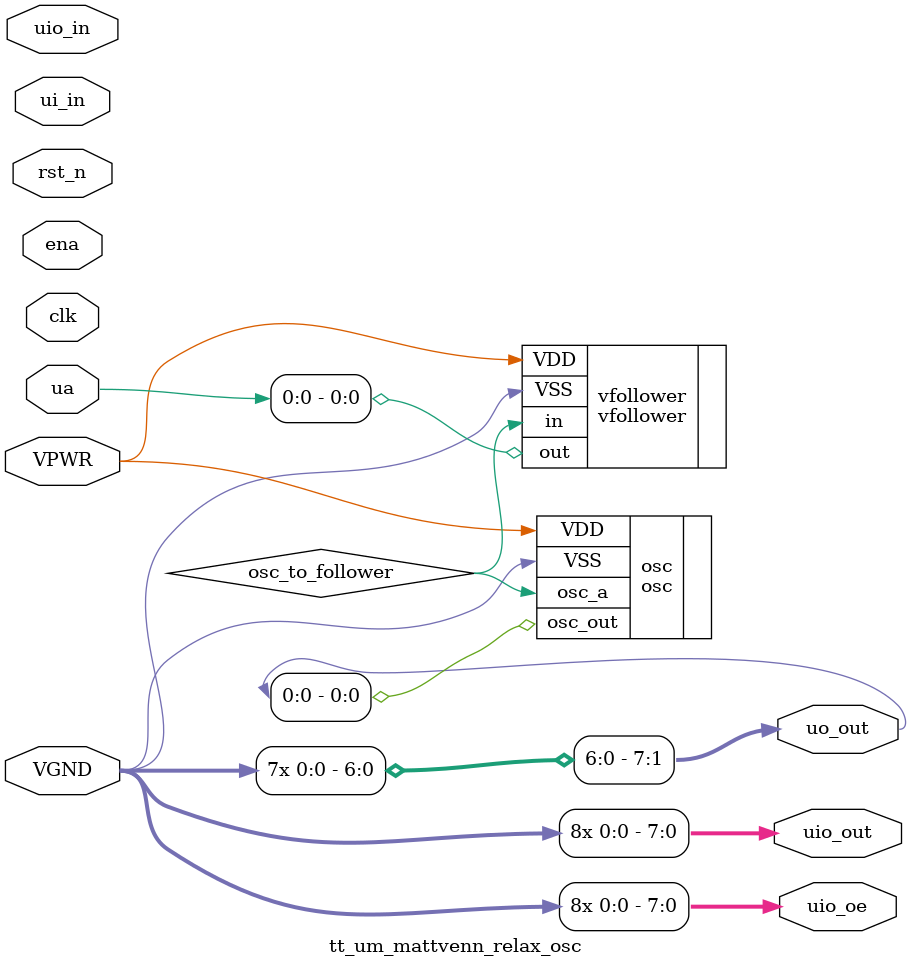
<source format=v>
`default_nettype none


module tt_um_mattvenn_relax_osc (
    input  wire       VGND,
    input  wire       VPWR,
    input  wire [7:0] ui_in,    // Dedicated inputs
    output wire [7:0] uo_out,   // Dedicated outputs
    input  wire [7:0] uio_in,   // IOs: Input path
    output wire [7:0] uio_out,  // IOs: Output path
    output wire [7:0] uio_oe,   // IOs: Enable path (active high: 0=input, 1=output)
    inout  wire [7:0] ua, // analog pins
    input  wire       ena,      // will go high when the design is enabled
    input  wire       clk,      // clock
    input  wire       rst_n     // reset_n - low to reset
);

    wire osc_to_follower;

    osc osc(
        .osc_out(uo_out[0]),
        .osc_a(osc_to_follower),
        .VDD(VPWR),
        .VSS(VGND)
        );

    vfollower vfollower(
	.in(osc_to_follower),
	.out(ua[0]),
	.VDD(VPWR),
	.VSS(VGND)
	);


    // ties for the output enables
    assign uo_out[1] = VGND;
    assign uo_out[2] = VGND;
    assign uo_out[3] = VGND;
    assign uo_out[4] = VGND;
    assign uo_out[5] = VGND;
    assign uo_out[6] = VGND;
    assign uo_out[7] = VGND;

    assign uio_out[0] = VGND;
    assign uio_out[1] = VGND;
    assign uio_out[2] = VGND;
    assign uio_out[3] = VGND;
    assign uio_out[4] = VGND;
    assign uio_out[5] = VGND;
    assign uio_out[6] = VGND;
    assign uio_out[7] = VGND;

    assign uio_oe[0] = VGND;
    assign uio_oe[1] = VGND;
    assign uio_oe[2] = VGND;
    assign uio_oe[3] = VGND;
    assign uio_oe[4] = VGND;
    assign uio_oe[5] = VGND;
    assign uio_oe[6] = VGND;
    assign uio_oe[7] = VGND;

endmodule

</source>
